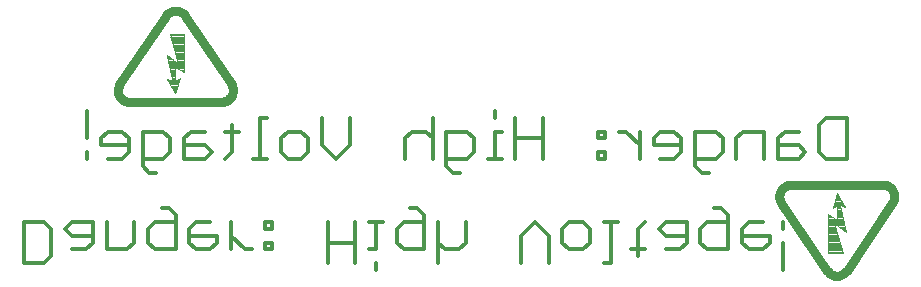
<source format=gbo>
G75*
G70*
%OFA0B0*%
%FSLAX24Y24*%
%IPPOS*%
%LPD*%
%AMOC8*
5,1,8,0,0,1.08239X$1,22.5*
%
%ADD10C,0.0120*%
%ADD11C,0.0295*%
%ADD12C,0.0039*%
D10*
X012688Y015448D02*
X012688Y015678D01*
X012688Y016139D02*
X012688Y017059D01*
X012458Y017059D02*
X012918Y017059D01*
X013378Y016829D02*
X013378Y016369D01*
X013609Y016139D01*
X014299Y016139D01*
X014299Y017290D01*
X014069Y017520D01*
X013839Y017520D01*
X013609Y017059D02*
X014299Y017059D01*
X014760Y017059D02*
X014760Y015678D01*
X014990Y016139D02*
X015450Y016139D01*
X015680Y016369D01*
X015680Y017059D01*
X014760Y016369D02*
X014990Y016139D01*
X013609Y017059D02*
X013378Y016829D01*
X012688Y016139D02*
X012458Y016139D01*
X011997Y016369D02*
X011077Y016369D01*
X011077Y017059D02*
X011077Y015678D01*
X011997Y015678D02*
X011997Y017059D01*
X011353Y019148D02*
X010893Y019608D01*
X010893Y020529D01*
X010432Y019838D02*
X010432Y019378D01*
X010202Y019148D01*
X009742Y019148D01*
X009512Y019378D01*
X009512Y019838D01*
X009742Y020069D01*
X010202Y020069D01*
X010432Y019838D01*
X011353Y019148D02*
X011814Y019608D01*
X011814Y020529D01*
X013655Y019838D02*
X013655Y019148D01*
X013655Y019838D02*
X013885Y020069D01*
X014346Y020069D01*
X014576Y019838D01*
X015036Y020069D02*
X015727Y020069D01*
X015957Y019838D01*
X015957Y019378D01*
X015727Y019148D01*
X015036Y019148D01*
X015036Y018918D02*
X015036Y020069D01*
X014576Y020529D02*
X014576Y019148D01*
X015036Y018918D02*
X015266Y018688D01*
X015497Y018688D01*
X016417Y019148D02*
X016878Y019148D01*
X016648Y019148D02*
X016648Y020069D01*
X016878Y020069D01*
X016648Y020529D02*
X016648Y020759D01*
X017338Y020529D02*
X017338Y019148D01*
X017338Y019838D02*
X018259Y019838D01*
X018259Y019148D02*
X018259Y020529D01*
X020100Y020069D02*
X020100Y019838D01*
X020331Y019838D01*
X020331Y020069D01*
X020100Y020069D01*
X020100Y019378D02*
X020100Y019148D01*
X020331Y019148D01*
X020331Y019378D01*
X020100Y019378D01*
X020791Y020069D02*
X021021Y020069D01*
X021482Y019608D01*
X021942Y019608D02*
X021942Y019838D01*
X022172Y020069D01*
X022633Y020069D01*
X022863Y019838D01*
X022863Y019378D01*
X022633Y019148D01*
X022172Y019148D01*
X021942Y019608D02*
X022863Y019608D01*
X023323Y019148D02*
X024014Y019148D01*
X024244Y019378D01*
X024244Y019838D01*
X024014Y020069D01*
X023323Y020069D01*
X023323Y018918D01*
X023553Y018688D01*
X023783Y018688D01*
X024704Y019148D02*
X024704Y019838D01*
X024934Y020069D01*
X025625Y020069D01*
X025625Y019148D01*
X026085Y019148D02*
X026776Y019148D01*
X027006Y019378D01*
X026776Y019608D01*
X026085Y019608D01*
X026085Y019838D02*
X026085Y019148D01*
X026085Y019838D02*
X026316Y020069D01*
X026776Y020069D01*
X027466Y020299D02*
X027466Y019378D01*
X027697Y019148D01*
X028387Y019148D01*
X028387Y020529D01*
X027697Y020529D01*
X027466Y020299D01*
X026269Y017059D02*
X026269Y016829D01*
X026269Y016369D02*
X026269Y015448D01*
X025578Y016139D02*
X025809Y016369D01*
X025809Y016599D01*
X024888Y016599D01*
X024888Y016369D02*
X025118Y016139D01*
X025578Y016139D01*
X024888Y016369D02*
X024888Y016829D01*
X025118Y017059D01*
X025578Y017059D01*
X024428Y017059D02*
X023737Y017059D01*
X023507Y016829D01*
X023507Y016369D01*
X023737Y016139D01*
X024428Y016139D01*
X024428Y017290D01*
X024197Y017520D01*
X023967Y017520D01*
X023046Y017059D02*
X023046Y016369D01*
X022816Y016139D01*
X022356Y016139D01*
X022356Y016599D02*
X023046Y016599D01*
X023046Y017059D02*
X022356Y017059D01*
X022126Y016829D01*
X022356Y016599D01*
X021665Y017059D02*
X021435Y016829D01*
X021435Y015908D01*
X021205Y016139D02*
X021665Y016139D01*
X020744Y017059D02*
X020284Y017059D01*
X020514Y017059D02*
X020514Y015678D01*
X020284Y015678D01*
X019594Y016139D02*
X019824Y016369D01*
X019824Y016829D01*
X019594Y017059D01*
X019133Y017059D01*
X018903Y016829D01*
X018903Y016369D01*
X019133Y016139D01*
X019594Y016139D01*
X018443Y016599D02*
X018443Y015678D01*
X018443Y016599D02*
X017982Y017059D01*
X017522Y016599D01*
X017522Y015678D01*
X021482Y019148D02*
X021482Y020069D01*
X009051Y020529D02*
X008821Y020529D01*
X008821Y019148D01*
X009051Y019148D02*
X008591Y019148D01*
X007900Y019378D02*
X007670Y019148D01*
X007900Y019378D02*
X007900Y020299D01*
X008131Y020069D02*
X007670Y020069D01*
X006980Y020069D02*
X006519Y020069D01*
X006289Y019838D01*
X006289Y019148D01*
X006980Y019148D01*
X007210Y019378D01*
X006980Y019608D01*
X006289Y019608D01*
X005829Y019378D02*
X005599Y019148D01*
X004908Y019148D01*
X004908Y018918D02*
X004908Y020069D01*
X005599Y020069D01*
X005829Y019838D01*
X005829Y019378D01*
X005368Y018688D02*
X005138Y018688D01*
X004908Y018918D01*
X004448Y019378D02*
X004448Y019838D01*
X004217Y020069D01*
X003757Y020069D01*
X003527Y019838D01*
X003527Y019608D01*
X004448Y019608D01*
X004448Y019378D02*
X004217Y019148D01*
X003757Y019148D01*
X003066Y019148D02*
X003066Y019378D01*
X003066Y019838D02*
X003066Y020759D01*
X005552Y017520D02*
X005782Y017520D01*
X006012Y017290D01*
X006012Y016139D01*
X005322Y016139D01*
X005092Y016369D01*
X005092Y016829D01*
X005322Y017059D01*
X006012Y017059D01*
X006473Y016829D02*
X006473Y016369D01*
X006703Y016139D01*
X007163Y016139D01*
X007394Y016369D01*
X007394Y016599D01*
X006473Y016599D01*
X006473Y016829D02*
X006703Y017059D01*
X007163Y017059D01*
X007854Y017059D02*
X007854Y016139D01*
X007854Y016599D02*
X008314Y016139D01*
X008544Y016139D01*
X009005Y016139D02*
X009005Y016369D01*
X009235Y016369D01*
X009235Y016139D01*
X009005Y016139D01*
X009005Y016829D02*
X009005Y017059D01*
X009235Y017059D01*
X009235Y016829D01*
X009005Y016829D01*
X004631Y017059D02*
X004631Y016369D01*
X004401Y016139D01*
X003710Y016139D01*
X003710Y017059D01*
X003250Y017059D02*
X002559Y017059D01*
X002329Y016829D01*
X002559Y016599D01*
X003250Y016599D01*
X003250Y016369D02*
X003250Y017059D01*
X003250Y016369D02*
X003020Y016139D01*
X002559Y016139D01*
X001869Y015908D02*
X001869Y016829D01*
X001639Y017059D01*
X000948Y017059D01*
X000948Y015678D01*
X001639Y015678D01*
X001869Y015908D01*
D11*
X004484Y021056D02*
X007528Y021056D01*
X007567Y021058D01*
X007605Y021064D01*
X007643Y021073D01*
X007679Y021086D01*
X007714Y021103D01*
X007747Y021123D01*
X007779Y021146D01*
X007807Y021172D01*
X007833Y021201D01*
X007856Y021232D01*
X007876Y021265D01*
X007892Y021300D01*
X007905Y021337D01*
X007915Y021375D01*
X007920Y021413D01*
X007922Y021452D01*
X007920Y021490D01*
X007914Y021529D01*
X007904Y021566D01*
X007891Y021603D01*
X007874Y021638D01*
X007854Y021671D01*
X007855Y021671D02*
X006332Y023921D01*
X006309Y023952D01*
X006283Y023980D01*
X006255Y024006D01*
X006224Y024028D01*
X006191Y024048D01*
X006156Y024064D01*
X006120Y024077D01*
X006082Y024087D01*
X006044Y024092D01*
X006006Y024094D01*
X005968Y024092D01*
X005930Y024087D01*
X005892Y024077D01*
X005856Y024064D01*
X005821Y024048D01*
X005788Y024028D01*
X005757Y024006D01*
X005729Y023980D01*
X005703Y023952D01*
X005680Y023921D01*
X004158Y021671D01*
X004138Y021638D01*
X004121Y021603D01*
X004108Y021566D01*
X004098Y021529D01*
X004092Y021490D01*
X004090Y021452D01*
X004092Y021413D01*
X004097Y021375D01*
X004107Y021337D01*
X004120Y021300D01*
X004136Y021265D01*
X004156Y021232D01*
X004179Y021201D01*
X004205Y021172D01*
X004233Y021146D01*
X004265Y021123D01*
X004298Y021103D01*
X004333Y021086D01*
X004369Y021073D01*
X004407Y021064D01*
X004445Y021058D01*
X004484Y021056D01*
X026205Y017686D02*
X027727Y015436D01*
X027728Y015436D02*
X027751Y015405D01*
X027777Y015377D01*
X027805Y015351D01*
X027836Y015329D01*
X027869Y015309D01*
X027904Y015293D01*
X027940Y015280D01*
X027978Y015270D01*
X028016Y015265D01*
X028054Y015263D01*
X028092Y015265D01*
X028130Y015270D01*
X028168Y015280D01*
X028204Y015293D01*
X028239Y015309D01*
X028272Y015329D01*
X028303Y015351D01*
X028331Y015377D01*
X028357Y015405D01*
X028380Y015436D01*
X029902Y017686D01*
X029922Y017719D01*
X029939Y017754D01*
X029952Y017791D01*
X029962Y017828D01*
X029968Y017867D01*
X029970Y017905D01*
X029968Y017944D01*
X029963Y017982D01*
X029953Y018020D01*
X029940Y018057D01*
X029924Y018092D01*
X029904Y018125D01*
X029881Y018156D01*
X029855Y018185D01*
X029827Y018211D01*
X029795Y018234D01*
X029762Y018254D01*
X029727Y018271D01*
X029691Y018284D01*
X029653Y018293D01*
X029615Y018299D01*
X029576Y018301D01*
X029576Y018300D02*
X026531Y018300D01*
X026531Y018301D02*
X026492Y018299D01*
X026454Y018293D01*
X026416Y018284D01*
X026380Y018271D01*
X026345Y018254D01*
X026312Y018234D01*
X026280Y018211D01*
X026252Y018185D01*
X026226Y018156D01*
X026203Y018125D01*
X026183Y018092D01*
X026167Y018057D01*
X026154Y018020D01*
X026144Y017982D01*
X026139Y017944D01*
X026137Y017905D01*
X026139Y017867D01*
X026145Y017828D01*
X026155Y017791D01*
X026168Y017754D01*
X026185Y017719D01*
X026205Y017686D01*
D12*
X027758Y017316D02*
X027758Y016037D01*
X028250Y016037D01*
X027955Y017021D01*
X028349Y016726D01*
X028152Y017611D01*
X028329Y017552D01*
X028054Y018005D01*
X027916Y017513D01*
X028054Y017611D01*
X028054Y017119D01*
X027758Y017316D01*
X027758Y017280D02*
X027812Y017280D01*
X027758Y017242D02*
X027869Y017242D01*
X027926Y017205D02*
X027758Y017205D01*
X027758Y017167D02*
X027983Y017167D01*
X028039Y017129D02*
X027758Y017129D01*
X027758Y017091D02*
X028268Y017091D01*
X028259Y017129D02*
X028054Y017129D01*
X028054Y017167D02*
X028251Y017167D01*
X028242Y017205D02*
X028054Y017205D01*
X028054Y017242D02*
X028234Y017242D01*
X028226Y017280D02*
X028054Y017280D01*
X028054Y017318D02*
X028217Y017318D01*
X028209Y017356D02*
X028054Y017356D01*
X028054Y017394D02*
X028200Y017394D01*
X028192Y017432D02*
X028054Y017432D01*
X028054Y017470D02*
X028183Y017470D01*
X028175Y017508D02*
X028054Y017508D01*
X028054Y017546D02*
X028167Y017546D01*
X028158Y017584D02*
X028054Y017584D01*
X028015Y017584D02*
X027936Y017584D01*
X027946Y017622D02*
X028287Y017622D01*
X028264Y017660D02*
X027957Y017660D01*
X027967Y017697D02*
X028241Y017697D01*
X028218Y017735D02*
X027978Y017735D01*
X027989Y017773D02*
X028195Y017773D01*
X028172Y017811D02*
X027999Y017811D01*
X028010Y017849D02*
X028149Y017849D01*
X028126Y017887D02*
X028020Y017887D01*
X028031Y017925D02*
X028102Y017925D01*
X028079Y017963D02*
X028042Y017963D01*
X028052Y018001D02*
X028056Y018001D01*
X028235Y017584D02*
X028310Y017584D01*
X027962Y017546D02*
X027925Y017546D01*
X027758Y017053D02*
X028276Y017053D01*
X028285Y017015D02*
X027963Y017015D01*
X027957Y017015D02*
X027758Y017015D01*
X027758Y016977D02*
X027968Y016977D01*
X027980Y016939D02*
X027758Y016939D01*
X027758Y016901D02*
X027991Y016901D01*
X028002Y016863D02*
X027758Y016863D01*
X027758Y016825D02*
X028014Y016825D01*
X028025Y016788D02*
X027758Y016788D01*
X027758Y016750D02*
X028037Y016750D01*
X028048Y016712D02*
X027758Y016712D01*
X027758Y016674D02*
X028059Y016674D01*
X028071Y016636D02*
X027758Y016636D01*
X027758Y016598D02*
X028082Y016598D01*
X028093Y016560D02*
X027758Y016560D01*
X027758Y016522D02*
X028105Y016522D01*
X028116Y016484D02*
X027758Y016484D01*
X027758Y016446D02*
X028128Y016446D01*
X028139Y016408D02*
X027758Y016408D01*
X027758Y016370D02*
X028150Y016370D01*
X028162Y016333D02*
X027758Y016333D01*
X027758Y016295D02*
X028173Y016295D01*
X028184Y016257D02*
X027758Y016257D01*
X027758Y016219D02*
X028196Y016219D01*
X028207Y016181D02*
X027758Y016181D01*
X027758Y016143D02*
X028219Y016143D01*
X028230Y016105D02*
X027758Y016105D01*
X027758Y016067D02*
X028241Y016067D01*
X028317Y016750D02*
X028344Y016750D01*
X028335Y016788D02*
X028266Y016788D01*
X028216Y016825D02*
X028327Y016825D01*
X028318Y016863D02*
X028165Y016863D01*
X028115Y016901D02*
X028310Y016901D01*
X028301Y016939D02*
X028064Y016939D01*
X028014Y016977D02*
X028293Y016977D01*
X006302Y022041D02*
X006302Y023320D01*
X005809Y023320D01*
X006105Y022336D01*
X005711Y022631D01*
X005908Y021745D01*
X005731Y021804D01*
X006006Y021352D01*
X006144Y021844D01*
X006006Y021745D01*
X006006Y022237D01*
X006302Y022041D01*
X006302Y022057D02*
X006276Y022057D01*
X006302Y022095D02*
X006219Y022095D01*
X006163Y022133D02*
X006302Y022133D01*
X006302Y022171D02*
X006106Y022171D01*
X006049Y022209D02*
X006302Y022209D01*
X006302Y022247D02*
X005796Y022247D01*
X005788Y022285D02*
X006302Y022285D01*
X006302Y022323D02*
X005780Y022323D01*
X005771Y022361D02*
X006072Y022361D01*
X006097Y022361D02*
X006302Y022361D01*
X006302Y022399D02*
X006086Y022399D01*
X006074Y022437D02*
X006302Y022437D01*
X006302Y022475D02*
X006063Y022475D01*
X006052Y022512D02*
X006302Y022512D01*
X006302Y022550D02*
X006040Y022550D01*
X006029Y022588D02*
X006302Y022588D01*
X006302Y022626D02*
X006018Y022626D01*
X006006Y022664D02*
X006302Y022664D01*
X006302Y022702D02*
X005995Y022702D01*
X005984Y022740D02*
X006302Y022740D01*
X006302Y022778D02*
X005972Y022778D01*
X005961Y022816D02*
X006302Y022816D01*
X006302Y022854D02*
X005949Y022854D01*
X005938Y022892D02*
X006302Y022892D01*
X006302Y022929D02*
X005927Y022929D01*
X005915Y022967D02*
X006302Y022967D01*
X006302Y023005D02*
X005904Y023005D01*
X005893Y023043D02*
X006302Y023043D01*
X006302Y023081D02*
X005881Y023081D01*
X005870Y023119D02*
X006302Y023119D01*
X006302Y023157D02*
X005858Y023157D01*
X005847Y023195D02*
X006302Y023195D01*
X006302Y023233D02*
X005836Y023233D01*
X005824Y023271D02*
X006302Y023271D01*
X006302Y023309D02*
X005813Y023309D01*
X005718Y022626D02*
X005712Y022626D01*
X005721Y022588D02*
X005768Y022588D01*
X005729Y022550D02*
X005819Y022550D01*
X005869Y022512D02*
X005737Y022512D01*
X005746Y022475D02*
X005920Y022475D01*
X005970Y022437D02*
X005754Y022437D01*
X005763Y022399D02*
X006021Y022399D01*
X006006Y022209D02*
X005805Y022209D01*
X005813Y022171D02*
X006006Y022171D01*
X006006Y022133D02*
X005822Y022133D01*
X005830Y022095D02*
X006006Y022095D01*
X006006Y022057D02*
X005839Y022057D01*
X005847Y022020D02*
X006006Y022020D01*
X006006Y021982D02*
X005855Y021982D01*
X005864Y021944D02*
X006006Y021944D01*
X006006Y021906D02*
X005872Y021906D01*
X005881Y021868D02*
X006006Y021868D01*
X006006Y021830D02*
X005889Y021830D01*
X005897Y021792D02*
X006006Y021792D01*
X006006Y021754D02*
X005906Y021754D01*
X005881Y021754D02*
X005761Y021754D01*
X005768Y021792D02*
X005738Y021792D01*
X005784Y021716D02*
X006108Y021716D01*
X006098Y021678D02*
X005807Y021678D01*
X005831Y021640D02*
X006087Y021640D01*
X006077Y021603D02*
X005854Y021603D01*
X005877Y021565D02*
X006066Y021565D01*
X006055Y021527D02*
X005900Y021527D01*
X005923Y021489D02*
X006045Y021489D01*
X006034Y021451D02*
X005946Y021451D01*
X005969Y021413D02*
X006023Y021413D01*
X006013Y021375D02*
X005992Y021375D01*
X006019Y021754D02*
X006119Y021754D01*
X006130Y021792D02*
X006072Y021792D01*
X006125Y021830D02*
X006140Y021830D01*
M02*

</source>
